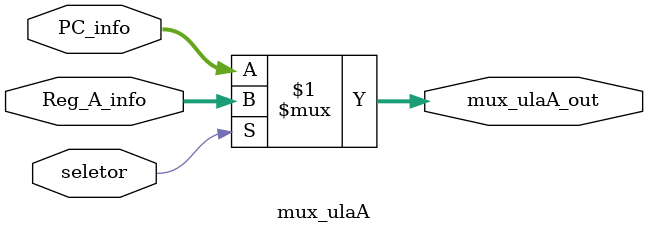
<source format=v>
module mux_ulaA(
    input wire seletor,
    input wire [31:0] PC_info,
    input wire [31:0] Reg_A_info,
    output wire [31:0] mux_ulaA_out
);

    assign mux_ulaA_out = (seletor) ? Reg_A_info : PC_info;

endmodule
</source>
